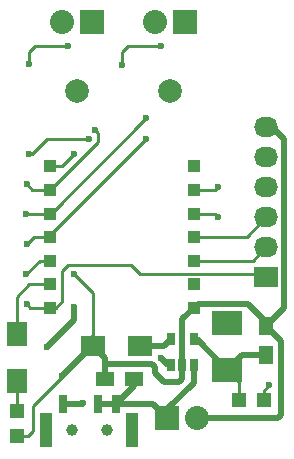
<source format=gtl>
G04 #@! TF.FileFunction,Copper,L1,Top,Signal*
%FSLAX46Y46*%
G04 Gerber Fmt 4.6, Leading zero omitted, Abs format (unit mm)*
G04 Created by KiCad (PCBNEW 4.0.2+e4-6225~38~ubuntu14.04.1-stable) date Mon 09 May 2016 08:18:36 PM EDT*
%MOMM*%
G01*
G04 APERTURE LIST*
%ADD10C,0.100000*%
%ADD11R,1.000000X1.000000*%
%ADD12R,1.250000X1.500000*%
%ADD13R,1.500000X1.250000*%
%ADD14R,1.198880X1.198880*%
%ADD15R,2.500000X2.000000*%
%ADD16R,2.032000X1.727200*%
%ADD17O,2.032000X1.727200*%
%ADD18R,2.032000X2.032000*%
%ADD19O,2.032000X2.032000*%
%ADD20C,1.998980*%
%ADD21R,2.000000X1.700000*%
%ADD22R,0.650000X1.060000*%
%ADD23R,1.000760X2.999740*%
%ADD24R,0.701040X1.501140*%
%ADD25C,1.000760*%
%ADD26R,1.700000X2.000000*%
%ADD27C,0.600000*%
%ADD28C,0.500000*%
%ADD29C,0.250000*%
G04 APERTURE END LIST*
D10*
D11*
X162302000Y-101912000D03*
X162302000Y-99912000D03*
X162302000Y-97912000D03*
X162302000Y-95912000D03*
X162302000Y-93912000D03*
X162302000Y-91912000D03*
X162302000Y-89912000D03*
X174502000Y-101912000D03*
X174502000Y-99912000D03*
X174502000Y-97912000D03*
X174502000Y-95912000D03*
X174502000Y-93912000D03*
X174502000Y-91912000D03*
X174502000Y-89912000D03*
D12*
X180594000Y-105898000D03*
X180594000Y-103398000D03*
D13*
X169398000Y-107950000D03*
X166898000Y-107950000D03*
D14*
X180373020Y-109728000D03*
X178274980Y-109728000D03*
D15*
X177292000Y-103156000D03*
X177292000Y-107156000D03*
D16*
X180594000Y-99314000D03*
D17*
X180594000Y-96774000D03*
X180594000Y-94234000D03*
X180594000Y-91694000D03*
X180594000Y-89154000D03*
X180594000Y-86614000D03*
D18*
X172212000Y-111252000D03*
D19*
X174752000Y-111252000D03*
D18*
X165862000Y-77724000D03*
D19*
X163322000Y-77724000D03*
D20*
X172466000Y-83566000D03*
X164592000Y-83566000D03*
D18*
X173736000Y-77724000D03*
D19*
X171196000Y-77724000D03*
D21*
X169894000Y-105156000D03*
X165894000Y-105156000D03*
D22*
X172532000Y-106764000D03*
X173482000Y-106764000D03*
X174432000Y-106764000D03*
X174432000Y-104564000D03*
X172532000Y-104564000D03*
D23*
X161958020Y-112268000D03*
X169257980Y-112268000D03*
D24*
X163357560Y-110048260D03*
X167858440Y-110048260D03*
X166357300Y-110048260D03*
D25*
X164106860Y-112268000D03*
X167109140Y-112268000D03*
D14*
X159486600Y-112707420D03*
X159486600Y-110609380D03*
D26*
X159486600Y-104121200D03*
X159486600Y-108121200D03*
D27*
X177292000Y-103156000D03*
X164306000Y-99060000D03*
X163322000Y-107696000D03*
X162052000Y-105176000D03*
X164338000Y-101854000D03*
X164338000Y-88900000D03*
X180848000Y-108458000D03*
X160306000Y-101600000D03*
X176498000Y-91694000D03*
X171704000Y-106172000D03*
X160528000Y-81280000D03*
X163830000Y-79756000D03*
X168402000Y-81312000D03*
X171704000Y-79756000D03*
X160528000Y-88900000D03*
X165608000Y-87630000D03*
X170434000Y-85852000D03*
X160274000Y-93980000D03*
X170434000Y-87630000D03*
X160306000Y-96520000D03*
X166116000Y-86868000D03*
X160306000Y-91440000D03*
X176530000Y-94234000D03*
X160274000Y-99060000D03*
X165100000Y-109982000D03*
D28*
X174432000Y-104564000D02*
X174700000Y-104564000D01*
X174700000Y-104564000D02*
X177292000Y-107156000D01*
X180594000Y-105898000D02*
X178550000Y-105898000D01*
X178550000Y-105898000D02*
X177292000Y-107156000D01*
D29*
X178274980Y-109728000D02*
X178274980Y-108138980D01*
X178274980Y-108138980D02*
X177292000Y-107156000D01*
X159486600Y-112707420D02*
X160418780Y-112707420D01*
X163322000Y-107721400D02*
X163322000Y-107696000D01*
X160807400Y-110236000D02*
X163322000Y-107721400D01*
X160807400Y-112318800D02*
X160807400Y-110236000D01*
X160418780Y-112707420D02*
X160807400Y-112318800D01*
D28*
X180594000Y-103398000D02*
X180594000Y-103124000D01*
X180594000Y-103124000D02*
X179070000Y-101600000D01*
X179070000Y-101600000D02*
X174814000Y-101600000D01*
X174814000Y-101600000D02*
X174502000Y-101912000D01*
X180594000Y-86614000D02*
X181102000Y-86614000D01*
X181102000Y-86614000D02*
X182118000Y-87630000D01*
X182118000Y-87630000D02*
X182118000Y-101874000D01*
X182118000Y-101874000D02*
X180594000Y-103398000D01*
D29*
X165894000Y-105156000D02*
X165894000Y-100648000D01*
X165894000Y-100648000D02*
X164306000Y-99060000D01*
D28*
X165894000Y-105156000D02*
X165894000Y-104362000D01*
X163322000Y-107696000D02*
X165862000Y-105156000D01*
X165862000Y-105156000D02*
X165894000Y-105156000D01*
X174752000Y-111252000D02*
X181610000Y-111252000D01*
X181864000Y-104668000D02*
X180594000Y-103398000D01*
X181864000Y-110998000D02*
X181864000Y-104668000D01*
X181610000Y-111252000D02*
X181864000Y-110998000D01*
X174502000Y-101912000D02*
X174694000Y-101912000D01*
X174502000Y-101912000D02*
X174440000Y-101912000D01*
X174440000Y-101912000D02*
X173482000Y-102870000D01*
X173482000Y-102870000D02*
X173482000Y-106172000D01*
X173482000Y-106764000D02*
X173482000Y-106172000D01*
X173482000Y-106764000D02*
X173482000Y-107950000D01*
X170942000Y-106680000D02*
X166898000Y-106680000D01*
X171196000Y-106934000D02*
X170942000Y-106680000D01*
X171196000Y-107442000D02*
X171196000Y-106934000D01*
X171958000Y-108204000D02*
X171196000Y-107442000D01*
X173228000Y-108204000D02*
X171958000Y-108204000D01*
X173482000Y-107950000D02*
X173228000Y-108204000D01*
X166898000Y-107950000D02*
X166898000Y-106680000D01*
X166898000Y-106680000D02*
X166898000Y-106160000D01*
X166898000Y-106160000D02*
X165894000Y-105156000D01*
X169398000Y-107950000D02*
X169398000Y-108508700D01*
X169398000Y-108508700D02*
X167858440Y-110048260D01*
X167858440Y-110048260D02*
X171008260Y-110048260D01*
X171008260Y-110048260D02*
X172212000Y-111252000D01*
X172212000Y-111252000D02*
X172212000Y-110490000D01*
X172212000Y-110490000D02*
X174432000Y-108270000D01*
X174432000Y-108270000D02*
X174432000Y-106764000D01*
X166357300Y-110048260D02*
X167858440Y-110048260D01*
X164338000Y-102890000D02*
X164338000Y-101854000D01*
X162052000Y-105176000D02*
X164338000Y-102890000D01*
D29*
X162302000Y-89912000D02*
X163326000Y-89912000D01*
X163326000Y-89912000D02*
X164338000Y-88900000D01*
X180373020Y-109728000D02*
X180373020Y-108932980D01*
X180373020Y-108932980D02*
X180848000Y-108458000D01*
X162302000Y-101912000D02*
X162756000Y-101912000D01*
X162756000Y-101912000D02*
X163322000Y-101346000D01*
X169926000Y-99060000D02*
X180340000Y-99060000D01*
X169164000Y-98298000D02*
X169926000Y-99060000D01*
X163830000Y-98298000D02*
X169164000Y-98298000D01*
X163322000Y-98806000D02*
X163830000Y-98298000D01*
X163322000Y-101346000D02*
X163322000Y-98806000D01*
X180340000Y-99060000D02*
X180594000Y-99314000D01*
X162302000Y-101912000D02*
X160618000Y-101912000D01*
X160618000Y-101912000D02*
X160306000Y-101600000D01*
X174502000Y-97912000D02*
X179456000Y-97912000D01*
X179456000Y-97912000D02*
X180594000Y-96774000D01*
X174502000Y-95912000D02*
X178916000Y-95912000D01*
X178916000Y-95912000D02*
X180594000Y-94234000D01*
X174502000Y-91912000D02*
X176280000Y-91912000D01*
X176280000Y-91912000D02*
X176498000Y-91694000D01*
D28*
X172532000Y-106764000D02*
X172296000Y-106764000D01*
X172296000Y-106764000D02*
X171704000Y-106172000D01*
X169894000Y-105156000D02*
X171940000Y-105156000D01*
X171940000Y-105156000D02*
X172532000Y-104564000D01*
D29*
X160528000Y-80264000D02*
X160528000Y-81280000D01*
X161036000Y-79756000D02*
X160528000Y-80264000D01*
X163830000Y-79756000D02*
X161036000Y-79756000D01*
X171704000Y-79756000D02*
X169164000Y-79756000D01*
X169164000Y-79756000D02*
X168910000Y-79756000D01*
X168910000Y-79756000D02*
X168402000Y-80264000D01*
X168402000Y-80264000D02*
X168402000Y-81280000D01*
X168402000Y-81280000D02*
X168402000Y-81312000D01*
X160782000Y-88900000D02*
X160528000Y-88900000D01*
X162052000Y-87630000D02*
X160782000Y-88900000D01*
X165608000Y-87630000D02*
X162052000Y-87630000D01*
X162302000Y-93912000D02*
X162374000Y-93912000D01*
X162374000Y-93912000D02*
X170434000Y-85852000D01*
X162302000Y-93912000D02*
X160342000Y-93912000D01*
X160342000Y-93912000D02*
X160274000Y-93980000D01*
X162302000Y-95912000D02*
X162302000Y-95762000D01*
X162302000Y-95762000D02*
X170434000Y-87630000D01*
X162302000Y-95912000D02*
X160914000Y-95912000D01*
X160914000Y-95912000D02*
X160306000Y-96520000D01*
X166116000Y-86868000D02*
X166370000Y-87122000D01*
X166370000Y-87122000D02*
X166370000Y-87844000D01*
X166370000Y-87844000D02*
X162302000Y-91912000D01*
X162302000Y-91912000D02*
X160778000Y-91912000D01*
X160778000Y-91912000D02*
X160306000Y-91440000D01*
X174502000Y-93912000D02*
X176208000Y-93912000D01*
X176208000Y-93912000D02*
X176530000Y-94234000D01*
X162302000Y-97912000D02*
X161422000Y-97912000D01*
X161422000Y-97912000D02*
X160274000Y-99060000D01*
D28*
X163357560Y-110048260D02*
X165033740Y-110048260D01*
X165033740Y-110048260D02*
X165100000Y-109982000D01*
D29*
X159486600Y-108121200D02*
X159486600Y-110609380D01*
X162302000Y-99912000D02*
X160539600Y-99912000D01*
X159486600Y-100965000D02*
X159486600Y-104121200D01*
X160539600Y-99912000D02*
X159486600Y-100965000D01*
M02*

</source>
